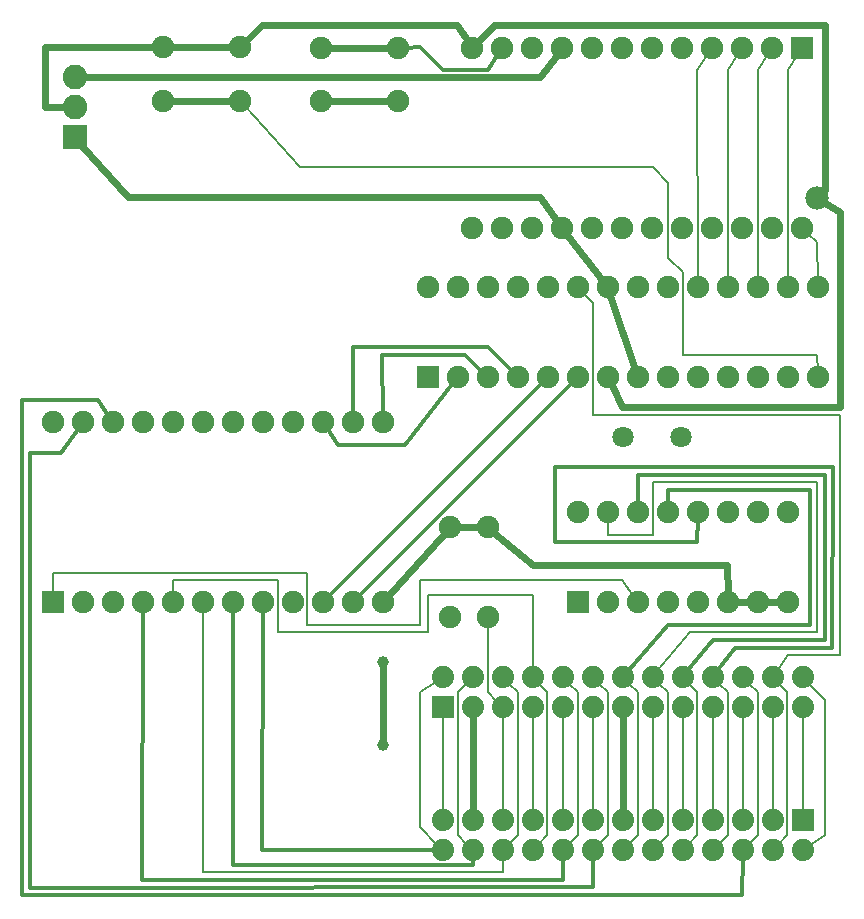
<source format=gtl>
G04 MADE WITH FRITZING*
G04 WWW.FRITZING.ORG*
G04 DOUBLE SIDED*
G04 HOLES PLATED*
G04 CONTOUR ON CENTER OF CONTOUR VECTOR*
%ASAXBY*%
%FSLAX23Y23*%
%MOIN*%
%OFA0B0*%
%SFA1.0B1.0*%
%ADD10C,0.074000*%
%ADD11C,0.075000*%
%ADD12C,0.082000*%
%ADD13C,0.070925*%
%ADD14C,0.070866*%
%ADD15C,0.078000*%
%ADD16C,0.039370*%
%ADD17R,0.074000X0.074000*%
%ADD18R,0.075000X0.075000*%
%ADD19R,0.082000X0.082000*%
%ADD20C,0.024000*%
%ADD21C,0.012000*%
%ADD22C,0.008000*%
%LNCOPPER1*%
G90*
G70*
G54D10*
X2648Y186D03*
X2548Y186D03*
X2448Y186D03*
X2348Y186D03*
X2248Y186D03*
X2148Y186D03*
X2048Y186D03*
X1948Y186D03*
X1848Y186D03*
X1748Y186D03*
X1648Y186D03*
X1548Y186D03*
X1448Y186D03*
X2648Y286D03*
X2548Y286D03*
X2448Y286D03*
X2348Y286D03*
X2248Y286D03*
X2148Y286D03*
X2048Y286D03*
X1948Y286D03*
X1848Y286D03*
X1748Y286D03*
X1648Y286D03*
X1548Y286D03*
X1448Y286D03*
X1448Y761D03*
X1548Y761D03*
X1648Y761D03*
X1748Y761D03*
X1848Y761D03*
X1948Y761D03*
X2048Y761D03*
X2148Y761D03*
X2248Y761D03*
X2348Y761D03*
X2448Y761D03*
X2548Y761D03*
X2648Y761D03*
X1448Y661D03*
X1548Y661D03*
X1648Y661D03*
X1748Y661D03*
X1848Y661D03*
X1948Y661D03*
X2048Y661D03*
X2148Y661D03*
X2248Y661D03*
X2348Y661D03*
X2448Y661D03*
X2548Y661D03*
X2648Y661D03*
G54D11*
X1398Y1761D03*
X1398Y2061D03*
X1498Y1761D03*
X1498Y2061D03*
X1598Y1761D03*
X1598Y2061D03*
X1698Y1761D03*
X1698Y2061D03*
X1798Y1761D03*
X1798Y2061D03*
X1898Y1761D03*
X1898Y2061D03*
X1998Y1761D03*
X1998Y2061D03*
X2098Y1761D03*
X2098Y2061D03*
X2198Y1761D03*
X2198Y2061D03*
X2298Y1761D03*
X2298Y2061D03*
X2398Y1761D03*
X2398Y2061D03*
X2498Y1761D03*
X2498Y2061D03*
X2598Y1761D03*
X2598Y2061D03*
X2698Y1761D03*
X2698Y2061D03*
X2646Y2859D03*
X2646Y2259D03*
X2546Y2859D03*
X2546Y2259D03*
X2446Y2859D03*
X2446Y2259D03*
X2346Y2859D03*
X2346Y2259D03*
X2246Y2859D03*
X2246Y2259D03*
X2146Y2859D03*
X2146Y2259D03*
X2046Y2859D03*
X2046Y2259D03*
X1946Y2859D03*
X1946Y2259D03*
X1846Y2859D03*
X1846Y2259D03*
X1746Y2859D03*
X1746Y2259D03*
X1646Y2859D03*
X1646Y2259D03*
X1546Y2859D03*
X1546Y2259D03*
X148Y1011D03*
X148Y1611D03*
X248Y1011D03*
X248Y1611D03*
X348Y1011D03*
X348Y1611D03*
X448Y1011D03*
X448Y1611D03*
X548Y1011D03*
X548Y1611D03*
X648Y1011D03*
X648Y1611D03*
X748Y1011D03*
X748Y1611D03*
X848Y1011D03*
X848Y1611D03*
X948Y1011D03*
X948Y1611D03*
X1048Y1011D03*
X1048Y1611D03*
X1148Y1011D03*
X1148Y1611D03*
X1248Y1011D03*
X1248Y1611D03*
G54D12*
X223Y2561D03*
X223Y2661D03*
X223Y2761D03*
G54D13*
X2241Y1561D03*
G54D14*
X2048Y1561D03*
G54D11*
X1898Y1011D03*
X1898Y1311D03*
X1998Y1011D03*
X1998Y1311D03*
X2098Y1011D03*
X2098Y1311D03*
X2198Y1011D03*
X2198Y1311D03*
X2298Y1011D03*
X2298Y1311D03*
X2398Y1011D03*
X2398Y1311D03*
X2498Y1011D03*
X2498Y1311D03*
X2598Y1011D03*
X2598Y1311D03*
X773Y2684D03*
X517Y2684D03*
X773Y2861D03*
X517Y2861D03*
X1298Y2682D03*
X1042Y2682D03*
X1298Y2859D03*
X1042Y2859D03*
X1598Y961D03*
X1598Y1261D03*
X1473Y961D03*
X1473Y1261D03*
G54D15*
X2696Y2359D03*
G54D16*
X1248Y536D03*
X1248Y811D03*
G54D17*
X2648Y286D03*
X1448Y661D03*
G54D18*
X1398Y1761D03*
X2646Y2859D03*
X148Y1011D03*
G54D19*
X223Y2561D03*
G54D18*
X1898Y1011D03*
G54D20*
X2047Y1661D02*
X2774Y1661D01*
D02*
X2774Y1661D02*
X2774Y2311D01*
D02*
X2011Y1735D02*
X2047Y1661D01*
D02*
X2774Y2311D02*
X2722Y2343D01*
D02*
X1772Y2762D02*
X255Y2761D01*
D02*
X1071Y2682D02*
X1270Y2682D01*
D02*
X1829Y2837D02*
X1772Y2762D01*
G54D21*
D02*
X2674Y936D02*
X2674Y1386D01*
D02*
X2674Y1386D02*
X2198Y1386D01*
D02*
X2198Y1386D02*
X2198Y1334D01*
D02*
X2198Y937D02*
X2674Y936D01*
G54D22*
D02*
X2598Y2787D02*
X2633Y2840D01*
D02*
X2297Y2787D02*
X2333Y2840D01*
G54D20*
D02*
X2570Y1011D02*
X2527Y1011D01*
G54D22*
D02*
X2598Y2084D02*
X2598Y2787D01*
D02*
X2298Y2084D02*
X2297Y2787D01*
G54D21*
D02*
X2724Y886D02*
X2723Y1437D01*
D02*
X2723Y1437D02*
X2098Y1437D01*
D02*
X2098Y1437D02*
X2098Y1334D01*
D02*
X2348Y886D02*
X2724Y886D01*
D02*
X1324Y1536D02*
X1100Y1536D01*
D02*
X1484Y1743D02*
X1324Y1536D01*
D02*
X1100Y1536D02*
X1061Y1592D01*
G54D20*
D02*
X2470Y1011D02*
X2427Y1011D01*
G54D21*
D02*
X2264Y781D02*
X2348Y886D01*
G54D22*
D02*
X1848Y312D02*
X1848Y636D01*
D02*
X1748Y312D02*
X1748Y636D01*
D02*
X1648Y312D02*
X1648Y636D01*
G54D20*
D02*
X1548Y317D02*
X1548Y630D01*
G54D22*
D02*
X1448Y312D02*
X1448Y636D01*
D02*
X2698Y2084D02*
X2697Y2211D01*
D02*
X2697Y2211D02*
X2663Y2244D01*
G54D20*
D02*
X546Y2684D02*
X745Y2684D01*
D02*
X1270Y2859D02*
X1071Y2859D01*
G54D22*
D02*
X1373Y261D02*
X1373Y711D01*
D02*
X1430Y204D02*
X1373Y261D01*
D02*
X2648Y312D02*
X2648Y636D01*
D02*
X2548Y312D02*
X2548Y636D01*
D02*
X2448Y312D02*
X2448Y636D01*
D02*
X2348Y312D02*
X2348Y636D01*
D02*
X2248Y312D02*
X2248Y636D01*
D02*
X2148Y312D02*
X2148Y636D01*
G54D20*
D02*
X2048Y317D02*
X2048Y630D01*
G54D22*
D02*
X1948Y312D02*
X1948Y636D01*
D02*
X1373Y711D02*
X1427Y747D01*
D02*
X1499Y711D02*
X1530Y743D01*
D02*
X1499Y235D02*
X1499Y711D01*
D02*
X1699Y236D02*
X1699Y712D01*
D02*
X1699Y712D02*
X1667Y743D01*
D02*
X1797Y236D02*
X1797Y712D01*
D02*
X1797Y712D02*
X1766Y743D01*
D02*
X1766Y204D02*
X1797Y236D01*
D02*
X1666Y204D02*
X1699Y236D01*
D02*
X1530Y204D02*
X1499Y235D01*
D02*
X1898Y712D02*
X1866Y743D01*
D02*
X1898Y236D02*
X1898Y712D01*
D02*
X1999Y236D02*
X1999Y712D01*
D02*
X1999Y712D02*
X1967Y743D01*
D02*
X2199Y236D02*
X2199Y712D01*
D02*
X2199Y712D02*
X2167Y743D01*
D02*
X2297Y712D02*
X2266Y743D01*
D02*
X2166Y204D02*
X2199Y236D01*
D02*
X1966Y204D02*
X1999Y236D01*
D02*
X1866Y204D02*
X1898Y236D01*
D02*
X2297Y236D02*
X2297Y712D01*
D02*
X2398Y236D02*
X2398Y712D01*
D02*
X2398Y712D02*
X2366Y743D01*
D02*
X2499Y712D02*
X2467Y743D01*
D02*
X2499Y236D02*
X2499Y712D01*
D02*
X2597Y236D02*
X2597Y712D01*
D02*
X2597Y712D02*
X2566Y743D01*
D02*
X2466Y204D02*
X2499Y236D01*
D02*
X2366Y204D02*
X2398Y236D01*
D02*
X2266Y204D02*
X2297Y236D01*
D02*
X2399Y2787D02*
X2434Y2840D01*
D02*
X2722Y236D02*
X2722Y686D01*
D02*
X2722Y686D02*
X2666Y743D01*
D02*
X2669Y200D02*
X2722Y236D01*
D02*
X2566Y204D02*
X2597Y236D01*
D02*
X2398Y2084D02*
X2399Y2787D01*
D02*
X2098Y236D02*
X2098Y712D01*
D02*
X2098Y712D02*
X2066Y743D01*
D02*
X2066Y204D02*
X2098Y236D01*
G54D20*
D02*
X1981Y2084D02*
X1864Y2237D01*
D02*
X2398Y1040D02*
X2397Y1137D01*
D02*
X2397Y1137D02*
X1749Y1136D01*
D02*
X1749Y1136D02*
X1620Y1243D01*
G54D21*
D02*
X1522Y1837D02*
X1582Y1777D01*
D02*
X1247Y1837D02*
X1522Y1837D01*
D02*
X1248Y1634D02*
X1247Y1837D01*
D02*
X1148Y1862D02*
X1148Y1634D01*
D02*
X1599Y1862D02*
X1148Y1862D01*
D02*
X1682Y1778D02*
X1599Y1862D01*
D02*
X1749Y1712D02*
X1782Y1745D01*
G54D20*
D02*
X399Y2362D02*
X244Y2537D01*
D02*
X1772Y2362D02*
X399Y2362D01*
G54D21*
D02*
X1064Y1027D02*
X1749Y1712D01*
D02*
X1849Y1712D02*
X1164Y1027D01*
D02*
X1882Y1745D02*
X1849Y1712D01*
G54D20*
D02*
X1830Y2283D02*
X1772Y2362D01*
D02*
X2723Y2387D02*
X2723Y2935D01*
D02*
X2723Y2935D02*
X1620Y2936D01*
D02*
X1620Y2936D02*
X1566Y2880D01*
D02*
X2717Y2381D02*
X2723Y2387D01*
G54D22*
D02*
X2499Y2787D02*
X2534Y2840D01*
D02*
X2498Y2084D02*
X2499Y2787D01*
D02*
X2272Y913D02*
X2697Y913D01*
D02*
X2697Y913D02*
X2697Y1411D01*
D02*
X2697Y1411D02*
X2149Y1411D01*
D02*
X2149Y1411D02*
X2149Y1235D01*
D02*
X2149Y1235D02*
X1999Y1235D01*
D02*
X2164Y781D02*
X2272Y913D01*
G54D21*
D02*
X1823Y1212D02*
X2297Y1212D01*
D02*
X2747Y860D02*
X2748Y1462D01*
G54D22*
D02*
X2774Y1635D02*
X2773Y837D01*
D02*
X1999Y1235D02*
X1998Y1288D01*
G54D21*
D02*
X2748Y1462D02*
X1823Y1462D01*
D02*
X2297Y1212D02*
X2298Y1288D01*
D02*
X1823Y1462D02*
X1823Y1212D01*
G54D22*
D02*
X2773Y837D02*
X2598Y837D01*
G54D21*
D02*
X2424Y860D02*
X2747Y860D01*
D02*
X2364Y781D02*
X2424Y860D01*
G54D20*
D02*
X123Y2861D02*
X489Y2861D01*
D02*
X123Y2662D02*
X123Y2861D01*
D02*
X191Y2662D02*
X123Y2662D01*
G54D21*
D02*
X1372Y2861D02*
X1449Y2787D01*
D02*
X1449Y2787D02*
X1599Y2787D01*
D02*
X1599Y2787D02*
X1634Y2840D01*
D02*
X1327Y2860D02*
X1372Y2861D01*
G54D20*
D02*
X847Y2935D02*
X793Y2881D01*
D02*
X1497Y2935D02*
X847Y2935D01*
D02*
X1531Y2883D02*
X1497Y2935D01*
G54D22*
D02*
X1948Y1635D02*
X2774Y1635D01*
D02*
X1948Y2010D02*
X1948Y1635D01*
D02*
X2598Y837D02*
X2562Y782D01*
D02*
X1914Y2045D02*
X1948Y2010D01*
D02*
X149Y1110D02*
X148Y1034D01*
D02*
X1372Y937D02*
X997Y937D01*
D02*
X2047Y1085D02*
X1372Y1085D01*
D02*
X1372Y1085D02*
X1372Y937D01*
D02*
X997Y937D02*
X997Y1110D01*
D02*
X997Y1110D02*
X149Y1110D01*
D02*
X2085Y1030D02*
X2047Y1085D01*
G54D21*
D02*
X2447Y35D02*
X2448Y161D01*
D02*
X47Y35D02*
X2447Y35D01*
D02*
X47Y1686D02*
X47Y35D01*
D02*
X299Y1686D02*
X47Y1686D01*
D02*
X336Y1630D02*
X299Y1686D01*
D02*
X175Y1510D02*
X235Y1593D01*
D02*
X72Y1510D02*
X175Y1510D01*
D02*
X72Y60D02*
X72Y1510D01*
D02*
X1949Y63D02*
X72Y60D01*
D02*
X1948Y161D02*
X1949Y63D01*
G54D20*
D02*
X2007Y2034D02*
X2089Y1788D01*
G54D22*
D02*
X2697Y1837D02*
X2249Y1837D01*
D02*
X2698Y1784D02*
X2697Y1837D01*
D02*
X2198Y2410D02*
X2149Y2461D01*
D02*
X2198Y2160D02*
X2198Y2410D01*
D02*
X2249Y2112D02*
X2198Y2160D01*
D02*
X2249Y1837D02*
X2249Y2112D01*
D02*
X972Y2461D02*
X789Y2667D01*
D02*
X2149Y2461D02*
X972Y2461D01*
G54D21*
D02*
X1850Y86D02*
X447Y86D01*
D02*
X1849Y161D02*
X1850Y86D01*
D02*
X447Y86D02*
X448Y988D01*
G54D20*
D02*
X1454Y1240D02*
X1267Y1032D01*
G54D21*
D02*
X847Y185D02*
X848Y988D01*
D02*
X1423Y186D02*
X847Y185D01*
G54D22*
D02*
X1398Y1037D02*
X1398Y912D01*
D02*
X1398Y912D02*
X898Y912D01*
D02*
X1749Y1037D02*
X1398Y1037D01*
D02*
X1748Y787D02*
X1749Y1037D01*
D02*
X549Y1085D02*
X548Y1034D01*
D02*
X898Y1085D02*
X549Y1085D01*
D02*
X898Y912D02*
X898Y1085D01*
D02*
X1648Y113D02*
X648Y112D01*
D02*
X1648Y161D02*
X1648Y113D01*
D02*
X648Y112D02*
X648Y988D01*
G54D21*
D02*
X748Y137D02*
X748Y988D01*
D02*
X1549Y135D02*
X748Y137D01*
D02*
X1548Y161D02*
X1549Y135D01*
G54D20*
D02*
X1502Y1261D02*
X1570Y1261D01*
G54D22*
D02*
X1598Y938D02*
X1599Y712D01*
D02*
X1599Y712D02*
X1630Y680D01*
G54D20*
D02*
X1248Y555D02*
X1248Y792D01*
G54D21*
D02*
X2198Y937D02*
X2068Y785D01*
G54D20*
D02*
X745Y2861D02*
X546Y2861D01*
G04 End of Copper1*
M02*
</source>
